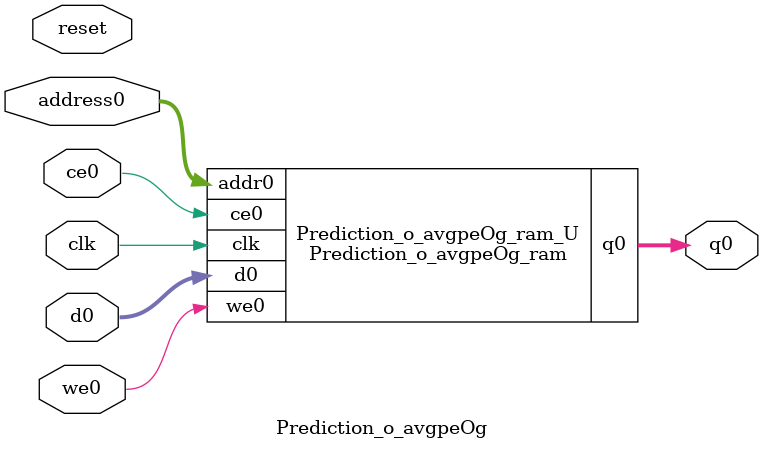
<source format=v>
`timescale 1 ns / 1 ps
module Prediction_o_avgpeOg_ram (addr0, ce0, d0, we0, q0,  clk);

parameter DWIDTH = 32;
parameter AWIDTH = 11;
parameter MEM_SIZE = 1176;

input[AWIDTH-1:0] addr0;
input ce0;
input[DWIDTH-1:0] d0;
input we0;
output reg[DWIDTH-1:0] q0;
input clk;

(* ram_style = "block" *)reg [DWIDTH-1:0] ram[0:MEM_SIZE-1];




always @(posedge clk)  
begin 
    if (ce0) 
    begin
        if (we0) 
        begin 
            ram[addr0] <= d0; 
        end 
        q0 <= ram[addr0];
    end
end


endmodule

`timescale 1 ns / 1 ps
module Prediction_o_avgpeOg(
    reset,
    clk,
    address0,
    ce0,
    we0,
    d0,
    q0);

parameter DataWidth = 32'd32;
parameter AddressRange = 32'd1176;
parameter AddressWidth = 32'd11;
input reset;
input clk;
input[AddressWidth - 1:0] address0;
input ce0;
input we0;
input[DataWidth - 1:0] d0;
output[DataWidth - 1:0] q0;



Prediction_o_avgpeOg_ram Prediction_o_avgpeOg_ram_U(
    .clk( clk ),
    .addr0( address0 ),
    .ce0( ce0 ),
    .we0( we0 ),
    .d0( d0 ),
    .q0( q0 ));

endmodule


</source>
